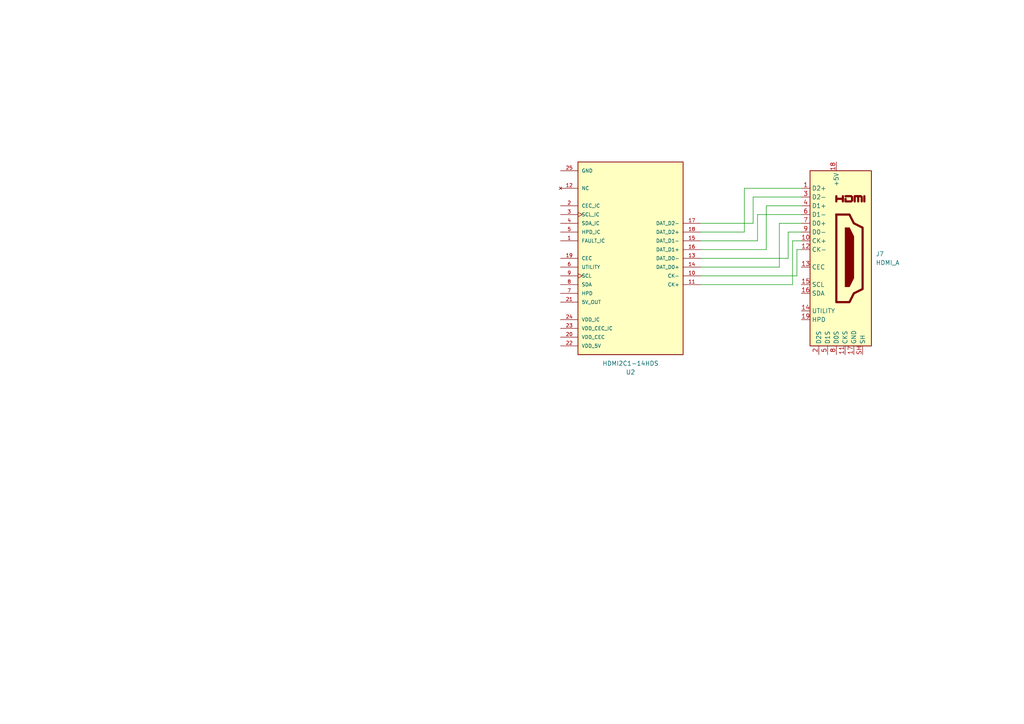
<source format=kicad_sch>
(kicad_sch (version 20231120) (generator "eeschema") (generator_version "8.0")
  (paper "A4")
  (lib_symbols
    (symbol "Connector:HDMI_A"
      (property "Reference" "J" (at -6.35 26.67 0))
      (property "Value" "HDMI_A" (at 10.16 26.67 0))
      (symbol "HDMI_A_0_0"
        (polyline (pts (xy 8.128 16.51) (xy 8.128 18.034)) (stroke (width 0.635)))
        (polyline (pts (xy 0 16.51) (xy 0 18.034) (xy 0 17.272) (xy 1.905 17.272) (xy 1.905 18.034) (xy 1.905 16.51)) (stroke (width 0.635)))
        (polyline (pts (xy 2.667 18.034) (xy 4.318 18.034) (xy 4.572 17.78) (xy 4.572 16.764) (xy 4.318 16.51) (xy 2.667 16.51) (xy 2.667 17.272)) (stroke (width 0.635)))
      )
      (symbol "HDMI_A_0_1"
        (rectangle (start -7.62 25.4) (end 10.16 -25.4) (stroke (width 0.254)) (fill (type background)))
        (polyline (pts (xy 2.54 8.89) (xy 3.81 8.89) (xy 5.08 6.35) (xy 5.08 -5.715) (xy 3.81 -8.255) (xy 2.54 -8.255) (xy 2.54 8.89)) (fill (type outline)))
        (polyline (pts (xy 5.334 16.51) (xy 5.334 18.034) (xy 6.35 18.034) (xy 6.35 16.51) (xy 6.35 18.034) (xy 7.112 18.034) (xy 7.366 17.78) (xy 7.366 16.51)) (stroke (width 0.635)))
        (polyline (pts (xy 0 12.7) (xy 0 -12.7) (xy 3.81 -12.7) (xy 5.08 -10.16) (xy 7.62 -8.89) (xy 7.62 8.89) (xy 5.08 10.16) (xy 3.81 12.7) (xy 0 12.7)) (stroke (width 0.635)))
      )
      (symbol "HDMI_A_1_1"
        (pin passive line (at -10.16 20.32 0) (length 2.54) (name "D2+") (number "1"))
        (pin passive line (at -10.16 5.08 0) (length 2.54) (name "CK+") (number "10"))
        (pin power_in line (at 2.54 -27.94 90) (length 2.54) (name "CKS") (number "11"))
        (pin passive line (at -10.16 2.54 0) (length 2.54) (name "CK-") (number "12"))
        (pin bidirectional line (at -10.16 -2.54 0) (length 2.54) (name "CEC") (number "13"))
        (pin passive line (at -10.16 -15.24 0) (length 2.54) (name "UTILITY") (number "14"))
        (pin passive line (at -10.16 -7.62 0) (length 2.54) (name "SCL") (number "15"))
        (pin bidirectional line (at -10.16 -10.16 0) (length 2.54) (name "SDA") (number "16"))
        (pin power_in line (at 5.08 -27.94 90) (length 2.54) (name "GND") (number "17"))
        (pin power_in line (at 0 27.94 270) (length 2.54) (name "+5V") (number "18"))
        (pin passive line (at -10.16 -17.78 0) (length 2.54) (name "HPD") (number "19"))
        (pin power_in line (at -5.08 -27.94 90) (length 2.54) (name "D2S") (number "2"))
        (pin passive line (at -10.16 17.78 0) (length 2.54) (name "D2-") (number "3"))
        (pin passive line (at -10.16 15.24 0) (length 2.54) (name "D1+") (number "4"))
        (pin power_in line (at -2.54 -27.94 90) (length 2.54) (name "D1S") (number "5"))
        (pin passive line (at -10.16 12.7 0) (length 2.54) (name "D1-") (number "6"))
        (pin passive line (at -10.16 10.16 0) (length 2.54) (name "D0+") (number "7"))
        (pin power_in line (at 0 -27.94 90) (length 2.54) (name "D0S") (number "8"))
        (pin passive line (at -10.16 7.62 0) (length 2.54) (name "D0-") (number "9"))
        (pin passive line (at 7.62 -27.94 90) (length 2.54) (name "SH") (number "SH"))
      )
    )
    (symbol "HDMI2C1-14HDS:HDMI2C1-14HDS" (pin_names (offset 1.016))
      (property "Reference" "U" (at -15.24 28.94 0))
      (property "Value" "HDMI2C1-14HDS" (at -15.24 -30.48 0))
      (symbol "HDMI2C1-14HDS_0_0"
        (rectangle (start -15.24 -27.94) (end 15.24 27.94) (stroke (width 0.254)) (fill (type background)))
        (pin output line (at 20.32 -5.08 180) (length 5.08) (name "FAULT_IC") (number "1"))
        (pin bidirectional line (at -20.32 5.08 0) (length 5.08) (name "CK-") (number "10"))
        (pin bidirectional line (at -20.32 7.62 0) (length 5.08) (name "CK+") (number "11"))
        (pin no_connect line (at 20.32 -20.32 180) (length 5.08) (name "NC") (number "12"))
        (pin bidirectional line (at -20.32 0 0) (length 5.08) (name "DAT_D0-") (number "13"))
        (pin bidirectional line (at -20.32 2.54 0) (length 5.08) (name "DAT_D0+") (number "14"))
        (pin bidirectional line (at -20.32 -5.08 0) (length 5.08) (name "DAT_D1-") (number "15"))
        (pin bidirectional line (at -20.32 -2.54 0) (length 5.08) (name "DAT_D1+") (number "16"))
        (pin bidirectional line (at -20.32 -10.16 0) (length 5.08) (name "DAT_D2-") (number "17"))
        (pin bidirectional line (at -20.32 -7.62 0) (length 5.08) (name "DAT_D2+") (number "18"))
        (pin output line (at 20.32 0 180) (length 5.08) (name "CEC") (number "19"))
        (pin output line (at 20.32 -15.24 180) (length 5.08) (name "CEC_IC") (number "2"))
        (pin power_in line (at 20.32 22.86 180) (length 5.08) (name "VDD_CEC") (number "20"))
        (pin output line (at 20.32 12.7 180) (length 5.08) (name "5V_OUT") (number "21"))
        (pin power_in line (at 20.32 25.4 180) (length 5.08) (name "VDD_5V") (number "22"))
        (pin power_in line (at 20.32 20.32 180) (length 5.08) (name "VDD_CEC_IC") (number "23"))
        (pin power_in line (at 20.32 17.78 180) (length 5.08) (name "VDD_IC") (number "24"))
        (pin power_in line (at 20.32 -25.4 180) (length 5.08) (name "GND") (number "25"))
        (pin output clock (at 20.32 -12.7 180) (length 5.08) (name "SCL_IC") (number "3"))
        (pin output line (at 20.32 -10.16 180) (length 5.08) (name "SDA_IC") (number "4"))
        (pin output line (at 20.32 -7.62 180) (length 5.08) (name "HPD_IC") (number "5"))
        (pin bidirectional line (at 20.32 2.54 180) (length 5.08) (name "UTILITY") (number "6"))
        (pin bidirectional line (at 20.32 10.16 180) (length 5.08) (name "HPD") (number "7"))
        (pin output line (at 20.32 7.62 180) (length 5.08) (name "SDA") (number "8"))
        (pin output clock (at 20.32 5.08 180) (length 5.08) (name "SCL") (number "9"))
      )
    )
  )
  (wire (pts (xy 222.25 59.69) (xy 232.41 59.69)))
  (wire (pts (xy 203.2 67.31) (xy 215.9 67.31)))
  (wire (pts (xy 229.87 82.55) (xy 229.87 69.85)))
  (wire (pts (xy 228.6 74.93) (xy 228.6 67.31)))
  (wire (pts (xy 219.71 62.23) (xy 232.41 62.23)))
  (wire (pts (xy 231.14 72.39) (xy 232.41 72.39)))
  (wire (pts (xy 231.14 80.01) (xy 231.14 72.39)))
  (wire (pts (xy 215.9 54.61) (xy 232.41 54.61)))
  (wire (pts (xy 222.25 72.39) (xy 222.25 59.69)))
  (wire (pts (xy 218.44 57.15) (xy 232.41 57.15)))
  (wire (pts (xy 203.2 82.55) (xy 229.87 82.55)))
  (wire (pts (xy 228.6 67.31) (xy 232.41 67.31)))
  (wire (pts (xy 229.87 69.85) (xy 232.41 69.85)))
  (wire (pts (xy 203.2 80.01) (xy 231.14 80.01)))
  (wire (pts (xy 203.2 74.93) (xy 228.6 74.93)))
  (wire (pts (xy 226.06 77.47) (xy 226.06 64.77)))
  (wire (pts (xy 203.2 77.47) (xy 226.06 77.47)))
  (wire (pts (xy 219.71 69.85) (xy 219.71 62.23)))
  (wire (pts (xy 203.2 64.77) (xy 218.44 64.77)))
  (wire (pts (xy 226.06 64.77) (xy 232.41 64.77)))
  (wire (pts (xy 218.44 64.77) (xy 218.44 57.15)))
  (wire (pts (xy 203.2 69.85) (xy 219.71 69.85)))
  (wire (pts (xy 203.2 72.39) (xy 222.25 72.39)))
  (wire (pts (xy 215.9 67.31) (xy 215.9 54.61)))
  (symbol (lib_id "Connector:HDMI_A") (at 242.57 74.93 0) (unit 1)
    (property "Reference" "J7" (at 254 73.66 0) (effects (justify left)))
    (property "Value" "HDMI_A" (at 254 76.2 0) (effects (justify left)))
    (property "Footprint" "Connector_Video:HDMI_A_Molex_208658-1001_Horizontal" (effects (hide yes)))
    (property "Datasheet" "https://en.wikipedia.org/wiki/HDMI" (effects (hide yes)))
  )
  (symbol (lib_id "HDMI2C1-14HDS:HDMI2C1-14HDS") (at 182.88 74.93 180) (unit 1)
    (property "Reference" "U2" (at 182.88 107.95 0))
    (property "Value" "HDMI2C1-14HDS" (at 182.88 105.41 0))
    (property "Footprint" "Package_DFN_QFN:VQFN-24-1EP_4x4mm_P0.5mm_EP2.5x2.5mm" (effects (hide yes)))
    (property "MF" "STMicroelectronics" (effects (hide yes)))
    (property "MAXIMUM_PACKAGE_HEIGHT" "1.05 mm" (effects (hide yes)))
    (property "Package" "None" (effects (hide yes)))
    (property "Price" "None" (effects (hide yes)))
    (property "Check_prices" "https://www.snapeda.com/parts/HDMI2C1-14HDS/STMicroelectronics/view-part/?ref=eda" (effects (hide yes)))
    (property "STANDARD" "IPC 7351B" (effects (hide yes)))
    (property "PARTREV" "3" (effects (hide yes)))
    (property "SnapEDA_Link" "https://www.snapeda.com/parts/HDMI2C1-14HDS/STMicroelectronics/view-part/?ref=snap" (effects (hide yes)))
    (property "MP" "HDMI2C1-14HDS" (effects (hide yes)))
    (property "Description_1" "\n                        \n                            Video Signal Conditioner IC I2C HDMI 2.0 24-QFN (4x4) Package\n                        \n" (effects (hide yes)))
    (property "Availability" "In Stock" (effects (hide yes)))
    (property "MANUFACTURER" "STMicroelectronics" (effects (hide yes)))
  )
)
</source>
